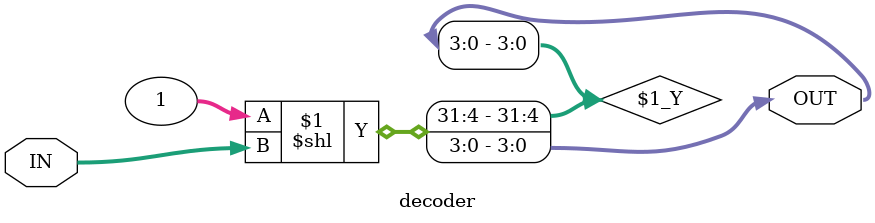
<source format=v>
`timescale 1ns / 1ps


module decoder(IN, OUT);

parameter N = 2;
parameter M = 4;

input [N-1 :0] IN;
output [M-1 :0] OUT;

assign OUT = 1 << IN;

endmodule

</source>
